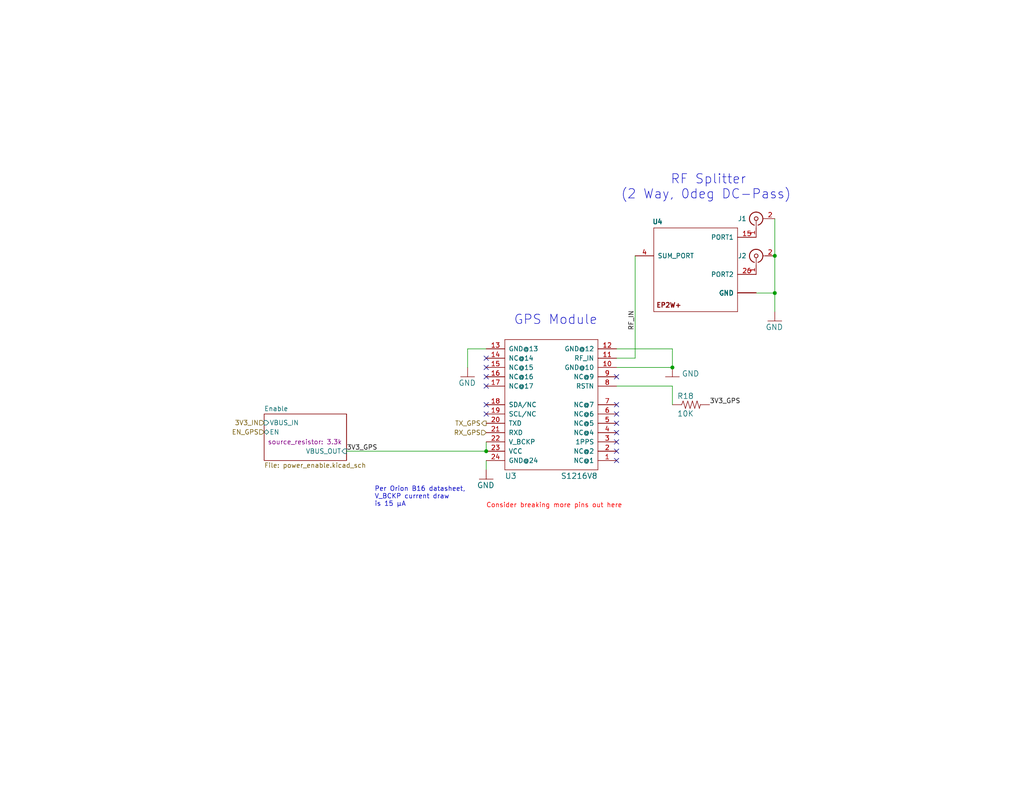
<source format=kicad_sch>
(kicad_sch (version 20230121) (generator eeschema)
  (paper "A")
  (title_block (date "2023-11-01") (rev "1.0") (company "Stanford Student Space Initiative") (comment 1 "RE: Flynn Dreilinger") (comment 2 "Reviewer 1: Pete Mahowald") (comment 3 "Reviewer 2: Tim Vrakas") (comment 4 "Reviewer 3: Grant Regen"))
  (lib_symbols
    (symbol "Connector:Conn_Coaxial" (pin_names (offset 1.016) hide)
      (property "Reference" "J" (at 0.254 3.048 0))
      (property "Value" "Conn_Coaxial" (at 2.921 0 90))
      (symbol "Conn_Coaxial_0_1"
        (arc (start -1.778 -0.508) (mid 0.2311 -1.8066) (end 1.778 0) (stroke (width 0.254)))
        (polyline (pts (xy -2.54 0) (xy -0.508 0)))
        (polyline (pts (xy 0 -2.54) (xy 0 -1.778)))
        (circle (center 0 0) (radius 0.508) (stroke (width 0.2032)))
        (arc (start 1.778 0) (mid 0.2099 1.8101) (end -1.778 0.508) (stroke (width 0.254)))
      )
      (symbol "Conn_Coaxial_1_1"
        (pin passive line (at -5.08 0 0) (length 2.54) (name "In") (number "1"))
        (pin passive line (at 0 -5.08 90) (length 2.54) (name "Ext") (number "2"))
      )
    )
    (symbol "mainboard:10KOHM-1_10W-1%(0603)0603" (pin_names (offset 1.016))
      (property "Reference" "R" (at -3.81 1.4986 0))
      (property "Value" "10KOHM-1_10W-1%(0603)0603" (at -3.81 -3.302 0))
      (symbol "10KOHM-1_10W-1%(0603)0603_1_0"
        (polyline (pts (xy -2.54 0) (xy -2.159 1.016)))
        (polyline (pts (xy -2.159 1.016) (xy -1.524 -1.016)))
        (polyline (pts (xy -1.524 -1.016) (xy -0.889 1.016)))
        (polyline (pts (xy -0.889 1.016) (xy -0.254 -1.016)))
        (polyline (pts (xy -0.254 -1.016) (xy 0.381 1.016)))
        (polyline (pts (xy 0.381 1.016) (xy 1.016 -1.016)))
        (polyline (pts (xy 1.016 -1.016) (xy 1.651 1.016)))
        (polyline (pts (xy 1.651 1.016) (xy 2.286 -1.016)))
        (polyline (pts (xy 2.286 -1.016) (xy 2.54 0)))
        (pin passive line (at -5.08 0 0) (length 2.54) (name "1") (number "1"))
        (pin passive line (at 5.08 0 180) (length 2.54) (name "2") (number "2"))
      )
    )
    (symbol "mainboard:EP2W+" (pin_names (offset 1.016))
      (property "Reference" "U" (at -7.62 10.16 0))
      (symbol "EP2W+_1_0"
        (polyline (pts (xy -12.7 -15.24) (xy -12.7 7.62)))
        (polyline (pts (xy -12.7 7.62) (xy 10.16 7.62)))
        (polyline (pts (xy 10.16 -15.24) (xy -12.7 -15.24)))
        (polyline (pts (xy 10.16 7.62) (xy 10.16 -15.24)))
        (text "EP2W+" (at -5.08 -12.7 0) (effects (font (size 1.27 1.27) bold) (justify right top)))
        (pin bidirectional line (at 15.24 -10.16 180) (length 5.08) (name "GND") (number "1"))
        (pin bidirectional line (at 15.24 -10.16 180) (length 5.08) (name "GND") (number "10"))
        (pin bidirectional line (at 15.24 -10.16 180) (length 5.08) (name "GND") (number "11"))
        (pin bidirectional line (at 15.24 -10.16 180) (length 5.08) (name "GND") (number "12"))
        (pin bidirectional line (at 15.24 -10.16 180) (length 5.08) (name "GND") (number "13"))
        (pin bidirectional line (at 15.24 -10.16 180) (length 5.08) (name "GND") (number "14"))
        (pin bidirectional line (at 15.24 5.08 180) (length 5.08) (name "PORT1") (number "15"))
        (pin bidirectional line (at 15.24 -10.16 180) (length 5.08) (name "GND") (number "16"))
        (pin bidirectional line (at 15.24 -10.16 180) (length 5.08) (name "GND") (number "17"))
        (pin bidirectional line (at 15.24 -10.16 180) (length 5.08) (name "GND") (number "18"))
        (pin bidirectional line (at 15.24 -10.16 180) (length 5.08) (name "GND") (number "19"))
        (pin bidirectional line (at 15.24 -10.16 180) (length 5.08) (name "GND") (number "2"))
        (pin bidirectional line (at 15.24 -10.16 180) (length 5.08) (name "GND") (number "20"))
        (pin bidirectional line (at 15.24 -10.16 180) (length 5.08) (name "GND") (number "21"))
        (pin bidirectional line (at 15.24 -10.16 180) (length 5.08) (name "GND") (number "22"))
        (pin bidirectional line (at 15.24 -10.16 180) (length 5.08) (name "GND") (number "23"))
        (pin bidirectional line (at 15.24 -10.16 180) (length 5.08) (name "GND") (number "24"))
        (pin bidirectional line (at 15.24 -10.16 180) (length 5.08) (name "GND") (number "25"))
        (pin bidirectional line (at 15.24 -5.08 180) (length 5.08) (name "PORT2") (number "26"))
        (pin bidirectional line (at 15.24 -10.16 180) (length 5.08) (name "GND") (number "27"))
        (pin bidirectional line (at 15.24 -10.16 180) (length 5.08) (name "GND") (number "28"))
        (pin bidirectional line (at 15.24 -10.16 180) (length 5.08) (name "GND") (number "29"))
        (pin bidirectional line (at 15.24 -10.16 180) (length 5.08) (name "GND") (number "3"))
        (pin bidirectional line (at 15.24 -10.16 180) (length 5.08) (name "GND") (number "30"))
        (pin bidirectional line (at 15.24 -10.16 180) (length 5.08) (name "GND") (number "31"))
        (pin bidirectional line (at 15.24 -10.16 180) (length 5.08) (name "GND") (number "32"))
        (pin bidirectional line (at -17.78 0 0) (length 5.08) (name "SUM_PORT") (number "4"))
        (pin bidirectional line (at 15.24 -10.16 180) (length 5.08) (name "GND") (number "5"))
        (pin bidirectional line (at 15.24 -10.16 180) (length 5.08) (name "GND") (number "6"))
        (pin bidirectional line (at 15.24 -10.16 180) (length 5.08) (name "GND") (number "7"))
        (pin bidirectional line (at 15.24 -10.16 180) (length 5.08) (name "GND") (number "8"))
        (pin bidirectional line (at 15.24 -10.16 180) (length 5.08) (name "GND") (number "9"))
        (pin bidirectional line (at 15.24 -10.16 180) (length 5.08) (name "GND") (number "EP"))
      )
    )
    (symbol "mainboard:GND" (power) (pin_names (offset 1.016))
      (property "Value" "GND" (at -2.54 -2.54 0))
      (symbol "GND_1_0"
        (polyline (pts (xy -1.905 0) (xy 1.905 0)))
        (pin power_in line (at 0 2.54 270) (length 2.54) (name "GND") (number "1"))
      )
    )
    (symbol "mainboard:S1216V8" (pin_names (offset 1.016))
      (property "Reference" "U14" (at -12.7 -20.32 0))
      (property "Value" "S1216V8" (at 2.54 -20.32 0))
      (symbol "S1216V8_1_0"
        (polyline (pts (xy -12.7 -17.78) (xy 12.7 -17.78)))
        (polyline (pts (xy -12.7 17.78) (xy -12.7 -17.78)))
        (polyline (pts (xy 12.7 -17.78) (xy 12.7 17.78)))
        (polyline (pts (xy 12.7 17.78) (xy -12.7 17.78)))
        (pin bidirectional line (at 17.78 -15.24 180) (length 5.08) (name "NC@1") (number "1"))
        (pin bidirectional line (at 17.78 10.16 180) (length 5.08) (name "GND@10") (number "10"))
        (pin bidirectional line (at 17.78 12.7 180) (length 5.08) (name "RF_IN") (number "11"))
        (pin bidirectional line (at 17.78 15.24 180) (length 5.08) (name "GND@12") (number "12"))
        (pin bidirectional line (at -17.78 15.24 0) (length 5.08) (name "GND@13") (number "13"))
        (pin bidirectional line (at -17.78 12.7 0) (length 5.08) (name "NC@14") (number "14"))
        (pin bidirectional line (at -17.78 10.16 0) (length 5.08) (name "NC@15") (number "15"))
        (pin bidirectional line (at -17.78 7.62 0) (length 5.08) (name "NC@16") (number "16"))
        (pin bidirectional line (at -17.78 5.08 0) (length 5.08) (name "NC@17") (number "17"))
        (pin bidirectional line (at -17.78 0 0) (length 5.08) (name "SDA/NC") (number "18"))
        (pin bidirectional line (at -17.78 -2.54 0) (length 5.08) (name "SCL/NC") (number "19"))
        (pin bidirectional line (at 17.78 -12.7 180) (length 5.08) (name "NC@2") (number "2"))
        (pin bidirectional line (at -17.78 -5.08 0) (length 5.08) (name "TXD") (number "20"))
        (pin bidirectional line (at -17.78 -7.62 0) (length 5.08) (name "RXD") (number "21"))
        (pin bidirectional line (at -17.78 -10.16 0) (length 5.08) (name "V_BCKP") (number "22"))
        (pin bidirectional line (at -17.78 -12.7 0) (length 5.08) (name "VCC") (number "23"))
        (pin bidirectional line (at -17.78 -15.24 0) (length 5.08) (name "GND@24") (number "24"))
        (pin bidirectional line (at 17.78 -10.16 180) (length 5.08) (name "1PPS") (number "3"))
        (pin bidirectional line (at 17.78 -7.62 180) (length 5.08) (name "NC@4") (number "4"))
        (pin bidirectional line (at 17.78 -5.08 180) (length 5.08) (name "NC@5") (number "5"))
        (pin bidirectional line (at 17.78 -2.54 180) (length 5.08) (name "NC@6") (number "6"))
        (pin bidirectional line (at 17.78 0 180) (length 5.08) (name "NC@7") (number "7"))
        (pin bidirectional line (at 17.78 5.08 180) (length 5.08) (name "RSTN") (number "8"))
        (pin bidirectional line (at 17.78 7.62 180) (length 5.08) (name "NC@9") (number "9"))
      )
    )
  )
  (junction (at 211.4042 80.01))
  (junction (at 132.6642 123.19))
  (junction (at 211.4042 69.85))
  (junction (at 183.4642 100.33))
  (no_connect (at 132.6642 113.03))
  (no_connect (at 168.2242 115.57))
  (no_connect (at 132.6642 100.33))
  (no_connect (at 168.2242 118.11))
  (no_connect (at 168.2242 120.65))
  (no_connect (at 132.6642 97.79))
  (no_connect (at 132.6642 105.41))
  (no_connect (at 168.2242 113.03))
  (no_connect (at 132.6642 102.87))
  (no_connect (at 168.2242 102.87))
  (no_connect (at 132.6642 110.49))
  (no_connect (at 168.2242 125.73))
  (no_connect (at 168.2242 110.49))
  (no_connect (at 168.2242 123.19))
  (wire (pts (xy 168.2242 105.41) (xy 183.4642 105.41)))
  (wire (pts (xy 94.5642 123.19) (xy 132.6642 123.19)))
  (wire (pts (xy 183.4642 95.25) (xy 183.4642 100.33)))
  (wire (pts (xy 127.5842 95.25) (xy 127.5842 100.33)))
  (wire (pts (xy 173.3042 69.85) (xy 173.3042 97.79)))
  (wire (pts (xy 132.6642 125.73) (xy 132.6642 128.27)))
  (wire (pts (xy 211.4042 80.01) (xy 211.4042 85.09)))
  (wire (pts (xy 211.4042 59.69) (xy 211.4042 69.85)))
  (wire (pts (xy 183.4642 100.33) (xy 168.2242 100.33)))
  (wire (pts (xy 132.6642 95.25) (xy 127.5842 95.25)))
  (wire (pts (xy 132.6642 120.65) (xy 132.6642 123.19)))
  (wire (pts (xy 183.4642 105.41) (xy 183.4642 110.49)))
  (wire (pts (xy 168.2242 97.79) (xy 173.3042 97.79)))
  (wire (pts (xy 168.2242 95.25) (xy 183.4642 95.25)))
  (wire (pts (xy 206.3242 80.01) (xy 211.4042 80.01)))
  (wire (pts (xy 211.4042 69.85) (xy 211.4042 80.01)))
  (text "       RF Splitter \n(2 Way, 0deg DC-Pass)" (at 169.3672 54.61 0) (effects (font (size 2.54 2.54)) (justify left bottom)))
  (text "GPS Module" (at 140.1572 88.9 0) (effects (font (size 2.54 2.54)) (justify left bottom)))
  (text "Consider breaking more pins out here\n" (at 132.6388 138.811 0) (effects (font (size 1.27 1.27)) (justify left bottom)))
  (text "Per Orion B16 datasheet, \nV_BCKP current draw \nis 15 μA" (at 102.1842 138.43 0) (effects (font (size 1.27 1.27)) (justify left bottom)))
  (label "RF_IN" (at 173.3042 90.17 90))
  (label "3V3_GPS" (at 193.6242 110.49 0))
  (label "3V3_GPS" (at 94.5642 123.19 0))
  (hierarchical_label "TX_GPS" (shape output) (at 132.6642 115.57 180))
  (hierarchical_label "RX_GPS" (shape input) (at 132.6642 118.11 180))
  (hierarchical_label "EN_GPS" (shape input) (at 72.0852 117.9576 180))
  (hierarchical_label "3V3_IN" (shape input) (at 72.0852 115.4176 180))
  (symbol (lib_id "mainboard:GND") (at 211.4042 87.63 0) (unit 1)
    (property "Reference" "#GND011" (effects hide))
    (property "Value" "GND" (at 208.8642 90.17 0) (effects (font (size 1.4986 1.4986)) (justify left bottom)))
    (instances (project "adcs-hardware" (path "" (reference "#GND011") (unit 1))) (project "mainboard" (path "" (reference "#GND044") (unit 1))))
  )
  (symbol (lib_id "mainboard:GND") (at 132.6642 130.81 0) (unit 1)
    (property "Reference" "#GND09" (effects hide))
    (property "Value" "GND" (at 130.1242 133.35 0) (effects (font (size 1.4986 1.4986)) (justify left bottom)))
    (instances (project "adcs-hardware" (path "" (reference "#GND09") (unit 1))) (project "mainboard" (path "" (reference "#GND043") (unit 1))))
  )
  (symbol (lib_id "Connector:Conn_Coaxial") (at 206.3242 59.69 90) (unit 1)
    (property "Reference" "J1" (at 202.5142 59.69 90))
    (property "Value" "Amphenol_901-144" (effects hide))
    (property "Footprint" "mainboard:SMA_901-144-horizontal" (effects hide))
    (property "Datasheet" "https://www.amphenolrf.com/library/download/link/link_id/593640/parent/901-144/" (effects hide))
    (property "DNI" "DNI" (effects hide))
    (property "Description" "Amphenol RF SMA " (effects hide))
    (property "Flight" "901-144" (effects hide))
    (property "Manufacturer_Name" "Amphenol" (effects hide))
    (property "Manufacturer_Part_Number" "901-144" (effects hide))
    (property "Proto" "901-144" (effects hide))
    (instances (project "adcs-hardware" (path "" (reference "J1") (unit 1))) (project "mainboard" (path "" (reference "J5") (unit 1))))
  )
  (symbol (lib_id "mainboard:10KOHM-1_10W-1%(0603)0603") (at 188.5442 110.49 0) (unit 1)
    (property "Reference" "R18" (at 184.7342 108.9914 0) (effects (font (size 1.4986 1.4986)) (justify left bottom)))
    (property "Value" "10K" (at 184.7342 113.792 0) (effects (font (size 1.4986 1.4986)) (justify left bottom)))
    (property "Footprint" "Resistor_SMD:R_0603_1608Metric" (effects hide))
    (property "Description" "10K 0603" (effects hide))
    (instances (project "adcs-hardware" (path "" (reference "R18") (unit 1))) (project "mainboard" (path "" (reference "R24") (unit 1))))
  )
  (symbol (lib_id "mainboard:S1216V8") (at 150.4442 110.49 0) (unit 1)
    (property "Reference" "U3" (at 137.7442 130.81 0) (effects (font (size 1.4986 1.4986)) (justify left bottom)))
    (property "Value" "S1216V8" (at 152.9842 130.81 0) (effects (font (size 1.4986 1.4986)) (justify left bottom)))
    (property "Footprint" "mainboard:S1216_24PIN_PACKAGE" (effects hide))
    (property "Datasheet" "${KIPRJMOD}/../datasheets/Orion_B16_FLIGHT.pdf" (effects hide))
    (instances (project "adcs-hardware" (path "" (reference "U3") (unit 1))) (project "mainboard" (path "" (reference "U14") (unit 1))))
  )
  (symbol (lib_id "mainboard:GND") (at 127.5842 102.87 0) (unit 1)
    (property "Reference" "#GND08" (effects hide))
    (property "Value" "GND" (at 125.0442 105.41 0) (effects (font (size 1.4986 1.4986)) (justify left bottom)))
    (instances (project "adcs-hardware" (path "" (reference "#GND08") (unit 1))) (project "mainboard" (path "" (reference "#GND042") (unit 1))))
  )
  (symbol (lib_id "mainboard:GND") (at 183.4642 102.87 0) (unit 1)
    (property "Reference" "#GND010" (effects hide))
    (property "Value" "GND" (at 186.0042 102.87 0) (effects (font (size 1.4986 1.4986)) (justify left bottom)))
    (instances (project "adcs-hardware" (path "" (reference "#GND010") (unit 1))) (project "mainboard" (path "" (reference "#GND047") (unit 1))))
  )
  (symbol (lib_id "mainboard:EP2W+") (at 191.0842 69.85 0) (unit 1)
    (property "Reference" "U4" (at 180.9242 59.69 0) (effects (font bold) (justify right top)))
    (property "Value" "EP2W+" (effects hide))
    (property "Footprint" "mainboard:QFN32-5X5MM" (effects hide))
    (property "Datasheet" "${KIPRJMOD}/../datasheets/EP2W1+.pdf" (effects hide))
    (property "DNI" "DNI" (effects hide))
    (property "Description" "RF Splitter DC-Pass" (effects hide))
    (property "Flight" "EP2W+" (effects hide))
    (property "Manufacturer_Name" "Mini Circuits" (effects hide))
    (property "Manufacturer_Part_Number" "EP2W+" (effects hide))
    (instances (project "adcs-hardware" (path "" (reference "U4") (unit 1))) (project "mainboard" (path "" (reference "U13") (unit 1))))
  )
  (symbol (lib_id "Connector:Conn_Coaxial") (at 206.3242 69.85 90) (unit 1)
    (property "Reference" "J2" (at 202.5142 69.85 90))
    (property "Value" "Amphenol_901-144" (effects hide))
    (property "Footprint" "mainboard:SMA_901-144-horizontal" (effects hide))
    (property "Datasheet" "https://www.amphenolrf.com/library/download/link/link_id/593640/parent/901-144/" (effects hide))
    (property "DNI" "DNI" (effects hide))
    (property "Description" "Amphenol RF SMA " (effects hide))
    (property "Flight" "901-144" (effects hide))
    (property "Manufacturer_Name" "Amphenol" (effects hide))
    (property "Manufacturer_Part_Number" "901-144" (effects hide))
    (property "Proto" "901-144" (effects hide))
    (instances (project "adcs-hardware" (path "" (reference "J2") (unit 1))) (project "mainboard" (path "" (reference "J6") (unit 1))))
  )
  (sheet (at 72.0852 113.03) (size 22.479 12.7) (stroke (width 0.1524))
    (property "Sheetname" "Enable" (at 72.0852 112.3184 0) (effects (justify left bottom)))
    (property "Sheetfile" "power_enable.kicad_sch" (at 72.0852 126.3146 0) (effects (justify left top)))
    (property "source_resistor" "3.3k" (at 83.185 120.65 0) (show_name))
    (pin "VBUS_IN" input (at 72.0852 115.4176 180))
    (pin "EN" bidirectional (at 72.0852 117.9576 180))
    (pin "VBUS_OUT" input (at 94.5642 123.19 0))
  )
)
</source>
